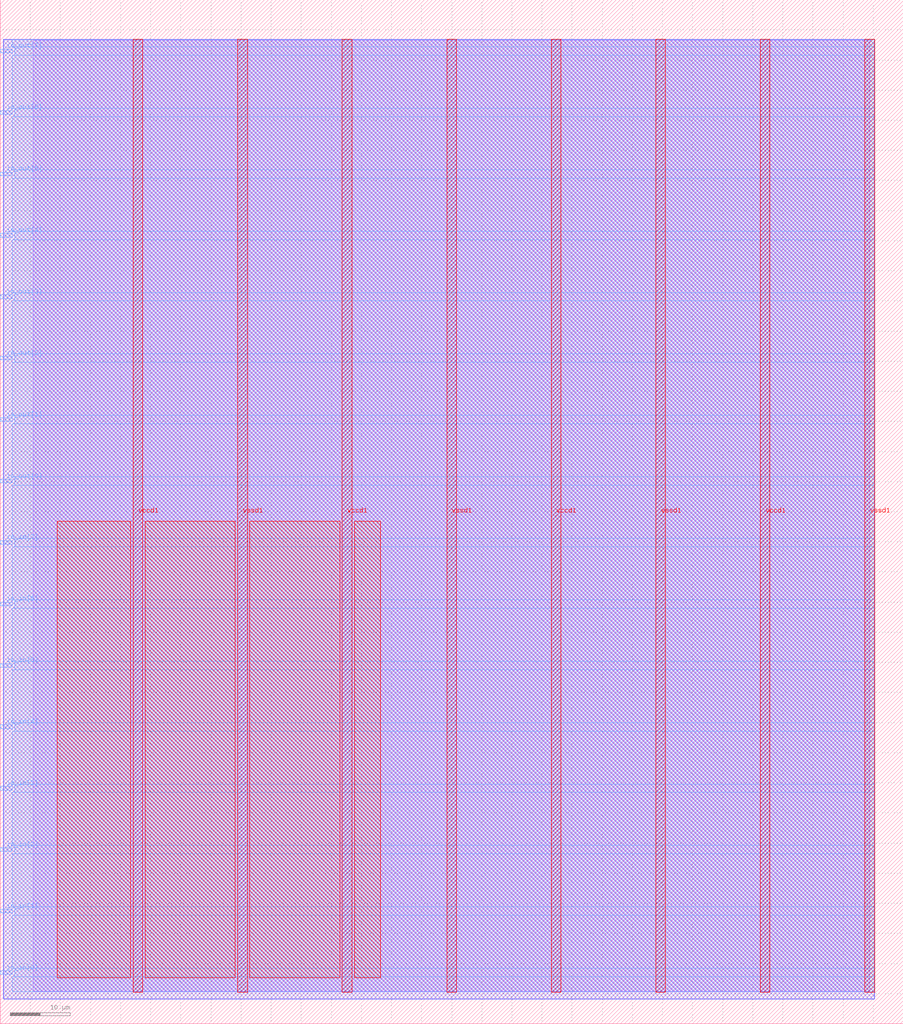
<source format=lef>
VERSION 5.7 ;
  NOWIREEXTENSIONATPIN ON ;
  DIVIDERCHAR "/" ;
  BUSBITCHARS "[]" ;
MACRO BB_SYSTEM
  CLASS BLOCK ;
  FOREIGN BB_SYSTEM ;
  ORIGIN 0.000 0.000 ;
  SIZE 150.000 BY 170.000 ;
  PIN io_in[0]
    DIRECTION INPUT ;
    USE SIGNAL ;
    PORT
      LAYER met3 ;
        RECT 0.000 8.200 2.000 8.800 ;
    END
  END io_in[0]
  PIN io_in[1]
    DIRECTION INPUT ;
    USE SIGNAL ;
    PORT
      LAYER met3 ;
        RECT 0.000 18.400 2.000 19.000 ;
    END
  END io_in[1]
  PIN io_in[2]
    DIRECTION INPUT ;
    USE SIGNAL ;
    PORT
      LAYER met3 ;
        RECT 0.000 28.600 2.000 29.200 ;
    END
  END io_in[2]
  PIN io_in[3]
    DIRECTION INPUT ;
    USE SIGNAL ;
    PORT
      LAYER met3 ;
        RECT 0.000 38.800 2.000 39.400 ;
    END
  END io_in[3]
  PIN io_in[4]
    DIRECTION INPUT ;
    USE SIGNAL ;
    PORT
      LAYER met3 ;
        RECT 0.000 49.000 2.000 49.600 ;
    END
  END io_in[4]
  PIN io_in[5]
    DIRECTION INPUT ;
    USE SIGNAL ;
    PORT
      LAYER met3 ;
        RECT 0.000 59.200 2.000 59.800 ;
    END
  END io_in[5]
  PIN io_in[6]
    DIRECTION INPUT ;
    USE SIGNAL ;
    PORT
      LAYER met3 ;
        RECT 0.000 69.400 2.000 70.000 ;
    END
  END io_in[6]
  PIN io_in[7]
    DIRECTION INPUT ;
    USE SIGNAL ;
    PORT
      LAYER met3 ;
        RECT 0.000 79.600 2.000 80.200 ;
    END
  END io_in[7]
  PIN io_out[0]
    DIRECTION OUTPUT TRISTATE ;
    USE SIGNAL ;
    PORT
      LAYER met3 ;
        RECT 0.000 89.800 2.000 90.400 ;
    END
  END io_out[0]
  PIN io_out[1]
    DIRECTION OUTPUT TRISTATE ;
    USE SIGNAL ;
    PORT
      LAYER met3 ;
        RECT 0.000 100.000 2.000 100.600 ;
    END
  END io_out[1]
  PIN io_out[2]
    DIRECTION OUTPUT TRISTATE ;
    USE SIGNAL ;
    PORT
      LAYER met3 ;
        RECT 0.000 110.200 2.000 110.800 ;
    END
  END io_out[2]
  PIN io_out[3]
    DIRECTION OUTPUT TRISTATE ;
    USE SIGNAL ;
    PORT
      LAYER met3 ;
        RECT 0.000 120.400 2.000 121.000 ;
    END
  END io_out[3]
  PIN io_out[4]
    DIRECTION OUTPUT TRISTATE ;
    USE SIGNAL ;
    PORT
      LAYER met3 ;
        RECT 0.000 130.600 2.000 131.200 ;
    END
  END io_out[4]
  PIN io_out[5]
    DIRECTION OUTPUT TRISTATE ;
    USE SIGNAL ;
    PORT
      LAYER met3 ;
        RECT 0.000 140.800 2.000 141.400 ;
    END
  END io_out[5]
  PIN io_out[6]
    DIRECTION OUTPUT TRISTATE ;
    USE SIGNAL ;
    PORT
      LAYER met3 ;
        RECT 0.000 151.000 2.000 151.600 ;
    END
  END io_out[6]
  PIN io_out[7]
    DIRECTION OUTPUT TRISTATE ;
    USE SIGNAL ;
    PORT
      LAYER met3 ;
        RECT 0.000 161.200 2.000 161.800 ;
    END
  END io_out[7]
  PIN vccd1
    DIRECTION INOUT ;
    USE POWER ;
    PORT
      LAYER met4 ;
        RECT 22.085 5.200 23.685 163.440 ;
    END
    PORT
      LAYER met4 ;
        RECT 56.815 5.200 58.415 163.440 ;
    END
    PORT
      LAYER met4 ;
        RECT 91.545 5.200 93.145 163.440 ;
    END
    PORT
      LAYER met4 ;
        RECT 126.275 5.200 127.875 163.440 ;
    END
  END vccd1
  PIN vssd1
    DIRECTION INOUT ;
    USE GROUND ;
    PORT
      LAYER met4 ;
        RECT 39.450 5.200 41.050 163.440 ;
    END
    PORT
      LAYER met4 ;
        RECT 74.180 5.200 75.780 163.440 ;
    END
    PORT
      LAYER met4 ;
        RECT 108.910 5.200 110.510 163.440 ;
    END
    PORT
      LAYER met4 ;
        RECT 143.640 5.200 145.240 163.440 ;
    END
  END vssd1
  OBS
      LAYER li1 ;
        RECT 5.520 5.355 144.440 163.285 ;
      LAYER met1 ;
        RECT 0.530 4.120 145.240 163.440 ;
      LAYER met2 ;
        RECT 0.560 4.090 145.210 163.385 ;
      LAYER met3 ;
        RECT 2.000 162.200 145.230 163.365 ;
        RECT 2.400 160.800 145.230 162.200 ;
        RECT 2.000 152.000 145.230 160.800 ;
        RECT 2.400 150.600 145.230 152.000 ;
        RECT 2.000 141.800 145.230 150.600 ;
        RECT 2.400 140.400 145.230 141.800 ;
        RECT 2.000 131.600 145.230 140.400 ;
        RECT 2.400 130.200 145.230 131.600 ;
        RECT 2.000 121.400 145.230 130.200 ;
        RECT 2.400 120.000 145.230 121.400 ;
        RECT 2.000 111.200 145.230 120.000 ;
        RECT 2.400 109.800 145.230 111.200 ;
        RECT 2.000 101.000 145.230 109.800 ;
        RECT 2.400 99.600 145.230 101.000 ;
        RECT 2.000 90.800 145.230 99.600 ;
        RECT 2.400 89.400 145.230 90.800 ;
        RECT 2.000 80.600 145.230 89.400 ;
        RECT 2.400 79.200 145.230 80.600 ;
        RECT 2.000 70.400 145.230 79.200 ;
        RECT 2.400 69.000 145.230 70.400 ;
        RECT 2.000 60.200 145.230 69.000 ;
        RECT 2.400 58.800 145.230 60.200 ;
        RECT 2.000 50.000 145.230 58.800 ;
        RECT 2.400 48.600 145.230 50.000 ;
        RECT 2.000 39.800 145.230 48.600 ;
        RECT 2.400 38.400 145.230 39.800 ;
        RECT 2.000 29.600 145.230 38.400 ;
        RECT 2.400 28.200 145.230 29.600 ;
        RECT 2.000 19.400 145.230 28.200 ;
        RECT 2.400 18.000 145.230 19.400 ;
        RECT 2.000 9.200 145.230 18.000 ;
        RECT 2.400 7.800 145.230 9.200 ;
        RECT 2.000 5.275 145.230 7.800 ;
      LAYER met4 ;
        RECT 9.495 7.655 21.685 83.465 ;
        RECT 24.085 7.655 39.050 83.465 ;
        RECT 41.450 7.655 56.415 83.465 ;
        RECT 58.815 7.655 63.185 83.465 ;
  END
END BB_SYSTEM
END LIBRARY


</source>
